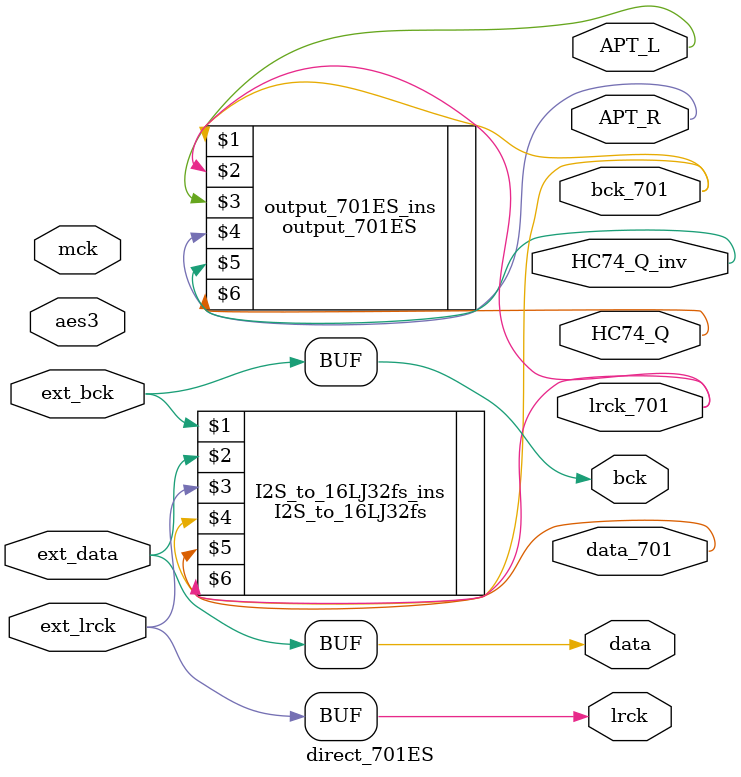
<source format=v>
`define I2S_64fs 

module direct_701ES(
mck, aes3, ext_bck, ext_lrck, ext_data, bck, bck_701, lrck, lrck_701, data, data_701, APT_L, APT_R, HC74_Q, HC74_Q_inv
);

input mck; //device pin AH15 for develop board "but affect to another signal..
input aes3;
input ext_bck;
input ext_lrck;
input ext_data;
output bck;
output bck_701;
output lrck;
output lrck_701;
output data;
output data_701;
output APT_L;
output APT_R;
output HC74_Q;
output HC74_Q_inv;

wire bsync;
wire active;

//module aes3_rx(clk, aes3, reset, sdata, sclk, bsync, lrck, active);
//aes3_rx aes3_rx_ins (mck, aes3, 0, data, bck, bsync, lrck, active);

//外部からI2S注入
assign bck = ext_bck;
assign lrck = ext_lrck;
assign data = ext_data;

//ほぼOKだが、Fsかえたりでうまくいかないことあり
`ifdef I2S_64fs
//module I2S_to_16LJ32fs(bck, data, lrck, bck_701, data_701, lrck_701);
I2S_to_16LJ32fs I2S_to_16LJ32fs_ins (bck, data, lrck, bck_701, data_701, lrck_701);
`endif

//以下OK
`ifdef RasPi
//Rasp pi だと16bit BCK＝32fs ででるぽいのでBCK / DATAはそのままするー。
assign bck_701 = bck;
assign data_701 = data;
//I2Sなので16LJにするためにLRCKをBCKいっこ分おくらす
//module I2S_to_16LJ64fs (lrck, bck, lrck_16LJ);
I2S_to_16LJ64fs I2S_to_16LJ64fs_ins (lrck, bck, lrck_701);
`endif

//module output_701ES(bck, lrck, APT_L, APT_R, HC74_Q, HC74_Q_inv);
//output_701ES output_701ES_ins (bck_701, lrck_701, APT_L, APT_R, HC74_Q, HC74_Q_inv);
output_701ES output_701ES_ins (bck_701, lrck_701, APT_L, APT_R, HC74_Q_inv, HC74_Q);

endmodule

</source>
